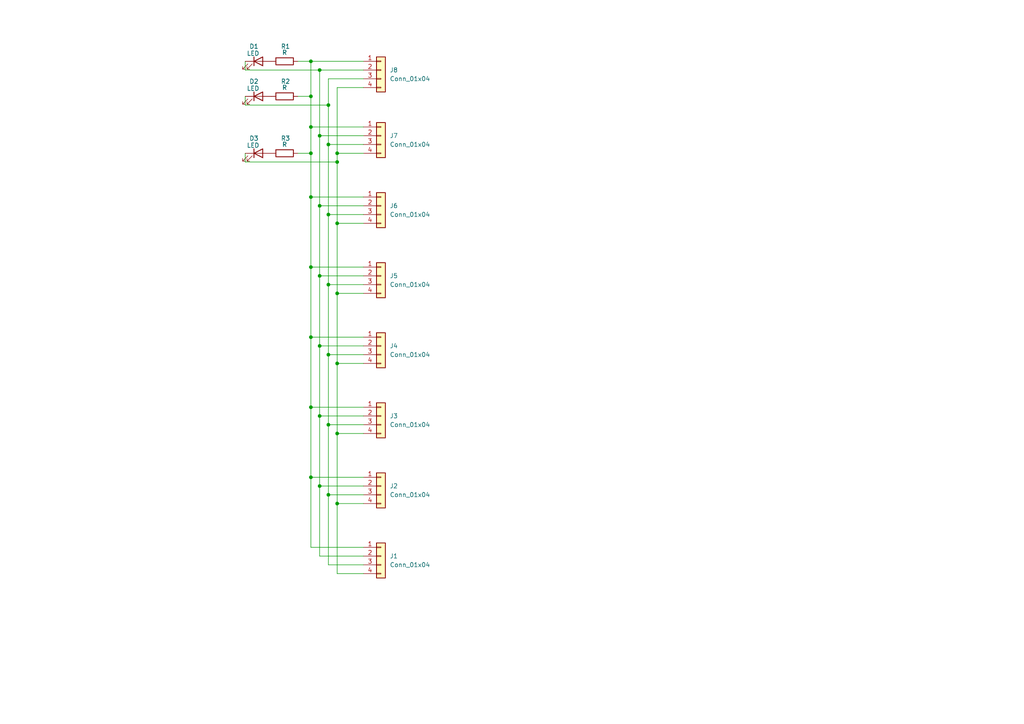
<source format=kicad_sch>
(kicad_sch (version 20250114) (generator "eeschema") (generator_version "9.0")
  (paper "A4")
  (lib_symbols
    (symbol "Connector_Generic:Conn_01x04" (pin_names (offset 1.016) (hide yes))
      (property "Reference" "J" (at 0 5.08 0))
      (property "Value" "Conn_01x04" (at 0 -7.62 0))
      (symbol "Conn_01x04_1_1"
        (rectangle (start -1.27 3.81) (end 1.27 -6.35) (stroke (width 0.254)) (fill (type background)))
        (rectangle (start -1.27 2.667) (end 0 2.413) (stroke (width 0.1524)))
        (rectangle (start -1.27 0.127) (end 0 -0.127) (stroke (width 0.1524)))
        (rectangle (start -1.27 -2.413) (end 0 -2.667) (stroke (width 0.1524)))
        (rectangle (start -1.27 -4.953) (end 0 -5.207) (stroke (width 0.1524)))
        (pin passive line (at -5.08 2.54 0) (length 3.81) (name "Pin_1") (number "1"))
        (pin passive line (at -5.08 0 0) (length 3.81) (name "Pin_2") (number "2"))
        (pin passive line (at -5.08 -2.54 0) (length 3.81) (name "Pin_3") (number "3"))
        (pin passive line (at -5.08 -5.08 0) (length 3.81) (name "Pin_4") (number "4"))
      )
    )
    (symbol "Device:LED" (pin_numbers (hide yes)) (pin_names (offset 1.016) (hide yes))
      (property "Reference" "D" (at 0 2.54 0))
      (property "Value" "LED" (at 0 -2.54 0))
      (symbol "LED_0_1"
        (polyline (pts (xy -3.048 -0.762) (xy -4.572 -2.286) (xy -3.81 -2.286) (xy -4.572 -2.286) (xy -4.572 -1.524)))
        (polyline (pts (xy -1.778 -0.762) (xy -3.302 -2.286) (xy -2.54 -2.286) (xy -3.302 -2.286) (xy -3.302 -1.524)))
        (polyline (pts (xy -1.27 0) (xy 1.27 0)))
        (polyline (pts (xy -1.27 -1.27) (xy -1.27 1.27)) (stroke (width 0.254)))
        (polyline (pts (xy 1.27 -1.27) (xy 1.27 1.27) (xy -1.27 0) (xy 1.27 -1.27)) (stroke (width 0.254)))
      )
      (symbol "LED_1_1"
        (pin passive line (at -3.81 0 0) (length 2.54) (name "K") (number "1"))
        (pin passive line (at 3.81 0 180) (length 2.54) (name "A") (number "2"))
      )
    )
    (symbol "Device:R" (pin_numbers (hide yes)) (pin_names (offset 0))
      (property "Reference" "R" (at 2.032 0 90))
      (property "Value" "R" (at 0 0 90))
      (symbol "R_0_1"
        (rectangle (start -1.016 -2.54) (end 1.016 2.54) (stroke (width 0.254)))
      )
      (symbol "R_1_1"
        (pin passive line (at 0 3.81 270) (length 1.27) (name "~") (number "1"))
        (pin passive line (at 0 -3.81 90) (length 1.27) (name "~") (number "2"))
      )
    )
  )
  (junction (at 95.25 82.55))
  (junction (at 97.79 64.77))
  (junction (at 97.79 85.09))
  (junction (at 90.17 27.94))
  (junction (at 92.71 120.65))
  (junction (at 90.17 44.45))
  (junction (at 95.25 30.48))
  (junction (at 92.71 100.33))
  (junction (at 95.25 123.19))
  (junction (at 92.71 80.01))
  (junction (at 90.17 138.43))
  (junction (at 92.71 140.97))
  (junction (at 90.17 17.78))
  (junction (at 92.71 39.37))
  (junction (at 97.79 146.05))
  (junction (at 90.17 57.15))
  (junction (at 97.79 44.45))
  (junction (at 90.17 77.47))
  (junction (at 95.25 41.91))
  (junction (at 95.25 143.51))
  (junction (at 97.79 125.73))
  (junction (at 92.71 20.32))
  (junction (at 97.79 46.99))
  (junction (at 90.17 118.11))
  (junction (at 90.17 36.83))
  (junction (at 95.25 102.87))
  (junction (at 90.17 97.79))
  (junction (at 97.79 105.41))
  (junction (at 92.71 59.69))
  (junction (at 95.25 62.23))
  (wire (pts (xy 95.25 41.91) (xy 105.41 41.91)))
  (wire (pts (xy 92.71 100.33) (xy 92.71 120.65)))
  (wire (pts (xy 95.25 62.23) (xy 105.41 62.23)))
  (wire (pts (xy 97.79 85.09) (xy 97.79 105.41)))
  (wire (pts (xy 95.25 123.19) (xy 95.25 143.51)))
  (wire (pts (xy 90.17 36.83) (xy 105.41 36.83)))
  (wire (pts (xy 97.79 166.37) (xy 105.41 166.37)))
  (wire (pts (xy 105.41 97.79) (xy 90.17 97.79)))
  (wire (pts (xy 90.17 57.15) (xy 90.17 77.47)))
  (wire (pts (xy 90.17 138.43) (xy 105.41 138.43)))
  (wire (pts (xy 97.79 44.45) (xy 97.79 46.99)))
  (wire (pts (xy 97.79 44.45) (xy 105.41 44.45)))
  (wire (pts (xy 92.71 39.37) (xy 92.71 59.69)))
  (wire (pts (xy 90.17 17.78) (xy 105.41 17.78)))
  (wire (pts (xy 105.41 59.69) (xy 92.71 59.69)))
  (wire (pts (xy 95.25 62.23) (xy 95.25 82.55)))
  (wire (pts (xy 92.71 140.97) (xy 105.41 140.97)))
  (wire (pts (xy 105.41 100.33) (xy 92.71 100.33)))
  (wire (pts (xy 95.25 143.51) (xy 95.25 163.83)))
  (wire (pts (xy 105.41 39.37) (xy 92.71 39.37)))
  (wire (pts (xy 97.79 25.4) (xy 97.79 44.45)))
  (wire (pts (xy 95.25 102.87) (xy 95.25 123.19)))
  (wire (pts (xy 92.71 120.65) (xy 92.71 140.97)))
  (wire (pts (xy 90.17 118.11) (xy 90.17 138.43)))
  (wire (pts (xy 90.17 97.79) (xy 90.17 118.11)))
  (wire (pts (xy 97.79 125.73) (xy 105.41 125.73)))
  (wire (pts (xy 97.79 146.05) (xy 105.41 146.05)))
  (wire (pts (xy 92.71 80.01) (xy 92.71 100.33)))
  (wire (pts (xy 97.79 46.99) (xy 97.79 64.77)))
  (wire (pts (xy 90.17 77.47) (xy 90.17 97.79)))
  (wire (pts (xy 71.12 44.45) (xy 71.12 46.99)))
  (wire (pts (xy 105.41 158.75) (xy 90.17 158.75)))
  (wire (pts (xy 71.12 30.48) (xy 95.25 30.48)))
  (wire (pts (xy 97.79 64.77) (xy 105.41 64.77)))
  (wire (pts (xy 90.17 44.45) (xy 90.17 36.83)))
  (wire (pts (xy 105.41 77.47) (xy 90.17 77.47)))
  (wire (pts (xy 105.41 20.32) (xy 92.71 20.32)))
  (wire (pts (xy 90.17 57.15) (xy 105.41 57.15)))
  (wire (pts (xy 97.79 105.41) (xy 105.41 105.41)))
  (wire (pts (xy 90.17 36.83) (xy 90.17 27.94)))
  (wire (pts (xy 97.79 85.09) (xy 105.41 85.09)))
  (wire (pts (xy 105.41 25.4) (xy 97.79 25.4)))
  (wire (pts (xy 95.25 22.86) (xy 95.25 30.48)))
  (wire (pts (xy 95.25 163.83) (xy 105.41 163.83)))
  (wire (pts (xy 105.41 143.51) (xy 95.25 143.51)))
  (wire (pts (xy 71.12 17.78) (xy 71.12 20.32)))
  (wire (pts (xy 92.71 20.32) (xy 92.71 39.37)))
  (wire (pts (xy 90.17 57.15) (xy 90.17 44.45)))
  (wire (pts (xy 105.41 120.65) (xy 92.71 120.65)))
  (wire (pts (xy 71.12 46.99) (xy 97.79 46.99)))
  (wire (pts (xy 105.41 80.01) (xy 92.71 80.01)))
  (wire (pts (xy 92.71 140.97) (xy 92.71 161.29)))
  (wire (pts (xy 90.17 138.43) (xy 90.17 158.75)))
  (wire (pts (xy 105.41 118.11) (xy 90.17 118.11)))
  (wire (pts (xy 97.79 125.73) (xy 97.79 146.05)))
  (wire (pts (xy 92.71 59.69) (xy 92.71 80.01)))
  (wire (pts (xy 86.36 17.78) (xy 90.17 17.78)))
  (wire (pts (xy 71.12 20.32) (xy 92.71 20.32)))
  (wire (pts (xy 95.25 30.48) (xy 95.25 41.91)))
  (wire (pts (xy 95.25 82.55) (xy 95.25 102.87)))
  (wire (pts (xy 105.41 22.86) (xy 95.25 22.86)))
  (wire (pts (xy 95.25 102.87) (xy 105.41 102.87)))
  (wire (pts (xy 86.36 27.94) (xy 90.17 27.94)))
  (wire (pts (xy 90.17 27.94) (xy 90.17 17.78)))
  (wire (pts (xy 95.25 82.55) (xy 105.41 82.55)))
  (wire (pts (xy 92.71 161.29) (xy 105.41 161.29)))
  (wire (pts (xy 97.79 105.41) (xy 97.79 125.73)))
  (wire (pts (xy 71.12 27.94) (xy 71.12 30.48)))
  (wire (pts (xy 97.79 64.77) (xy 97.79 85.09)))
  (wire (pts (xy 86.36 44.45) (xy 90.17 44.45)))
  (wire (pts (xy 97.79 146.05) (xy 97.79 166.37)))
  (wire (pts (xy 95.25 41.91) (xy 95.25 62.23)))
  (wire (pts (xy 105.41 123.19) (xy 95.25 123.19)))
  (symbol (lib_id "Connector_Generic:Conn_01x04") (at 110.49 20.32 0) (unit 1)
    (property "Reference" "J8" (at 113.03 20.3199 0) (effects (justify left)))
    (property "Value" "Conn_01x04" (at 113.03 22.8599 0) (effects (justify left)))
    (property "Footprint" "Connector_JST:JST_EH_B4B-EH-A_1x04_P2.50mm_Vertical" (effects (hide yes)))
    (property "Description" "Generic connector, single row, 01x04, script generated (kicad-library-utils/schlib/autogen/connector/)" (effects (hide yes)))
  )
  (symbol (lib_id "Connector_Generic:Conn_01x04") (at 110.49 120.65 0) (unit 1)
    (property "Reference" "J3" (at 113.03 120.6499 0) (effects (justify left)))
    (property "Value" "Conn_01x04" (at 113.03 123.1899 0) (effects (justify left)))
    (property "Footprint" "Connector_JST:JST_EH_B4B-EH-A_1x04_P2.50mm_Vertical" (effects (hide yes)))
    (property "Description" "Generic connector, single row, 01x04, script generated (kicad-library-utils/schlib/autogen/connector/)" (effects (hide yes)))
  )
  (symbol (lib_id "Connector_Generic:Conn_01x04") (at 110.49 80.01 0) (unit 1)
    (property "Reference" "J5" (at 113.03 80.0099 0) (effects (justify left)))
    (property "Value" "Conn_01x04" (at 113.03 82.5499 0) (effects (justify left)))
    (property "Footprint" "Connector_JST:JST_EH_B4B-EH-A_1x04_P2.50mm_Vertical" (effects (hide yes)))
    (property "Description" "Generic connector, single row, 01x04, script generated (kicad-library-utils/schlib/autogen/connector/)" (effects (hide yes)))
  )
  (symbol (lib_id "Device:LED") (at 74.93 27.94 0) (unit 1)
    (property "Reference" "D2" (at 73.66 23.622 0))
    (property "Value" "LED" (at 73.406 25.654 0))
    (property "Footprint" "LED_SMD:LED_0805_2012Metric" (effects (hide yes)))
    (property "Description" "Light emitting diode" (effects (hide yes)))
    (property "Sim.Pins" "1=K 2=A" (effects (hide yes)))
  )
  (symbol (lib_id "Device:LED") (at 74.93 44.45 0) (unit 1)
    (property "Reference" "D3" (at 73.66 40.132 0))
    (property "Value" "LED" (at 73.406 42.164 0))
    (property "Footprint" "LED_SMD:LED_0805_2012Metric" (effects (hide yes)))
    (property "Description" "Light emitting diode" (effects (hide yes)))
    (property "Sim.Pins" "1=K 2=A" (effects (hide yes)))
  )
  (symbol (lib_id "Device:R") (at 82.55 44.45 90) (unit 1)
    (property "Reference" "R3" (at 82.804 40.132 90))
    (property "Value" "R" (at 82.55 41.91 90))
    (property "Footprint" "Resistor_SMD:R_0805_2012Metric" (effects (hide yes)))
    (property "Description" "Resistor" (effects (hide yes)))
  )
  (symbol (lib_id "Connector_Generic:Conn_01x04") (at 110.49 39.37 0) (unit 1)
    (property "Reference" "J7" (at 113.03 39.3699 0) (effects (justify left)))
    (property "Value" "Conn_01x04" (at 113.03 41.9099 0) (effects (justify left)))
    (property "Footprint" "Connector_JST:JST_EH_B4B-EH-A_1x04_P2.50mm_Vertical" (effects (hide yes)))
    (property "Description" "Generic connector, single row, 01x04, script generated (kicad-library-utils/schlib/autogen/connector/)" (effects (hide yes)))
  )
  (symbol (lib_id "Device:R") (at 82.55 17.78 90) (unit 1)
    (property "Reference" "R1" (at 82.804 13.462 90))
    (property "Value" "R" (at 82.55 15.24 90))
    (property "Footprint" "Resistor_SMD:R_0805_2012Metric" (effects (hide yes)))
    (property "Description" "Resistor" (effects (hide yes)))
  )
  (symbol (lib_id "Connector_Generic:Conn_01x04") (at 110.49 100.33 0) (unit 1)
    (property "Reference" "J4" (at 113.03 100.3299 0) (effects (justify left)))
    (property "Value" "Conn_01x04" (at 113.03 102.8699 0) (effects (justify left)))
    (property "Footprint" "Connector_JST:JST_EH_B4B-EH-A_1x04_P2.50mm_Vertical" (effects (hide yes)))
    (property "Description" "Generic connector, single row, 01x04, script generated (kicad-library-utils/schlib/autogen/connector/)" (effects (hide yes)))
  )
  (symbol (lib_id "Connector_Generic:Conn_01x04") (at 110.49 161.29 0) (unit 1)
    (property "Reference" "J1" (at 113.03 161.2899 0) (effects (justify left)))
    (property "Value" "Conn_01x04" (at 113.03 163.8299 0) (effects (justify left)))
    (property "Footprint" "Connector_JST:JST_EH_B4B-EH-A_1x04_P2.50mm_Vertical" (effects (hide yes)))
    (property "Description" "Generic connector, single row, 01x04, script generated (kicad-library-utils/schlib/autogen/connector/)" (effects (hide yes)))
  )
  (symbol (lib_id "Device:LED") (at 74.93 17.78 0) (unit 1)
    (property "Reference" "D1" (at 73.66 13.462 0))
    (property "Value" "LED" (at 73.406 15.494 0))
    (property "Footprint" "LED_SMD:LED_0805_2012Metric" (effects (hide yes)))
    (property "Description" "Light emitting diode" (effects (hide yes)))
    (property "Sim.Pins" "1=K 2=A" (effects (hide yes)))
  )
  (symbol (lib_id "Connector_Generic:Conn_01x04") (at 110.49 140.97 0) (unit 1)
    (property "Reference" "J2" (at 113.03 140.9699 0) (effects (justify left)))
    (property "Value" "Conn_01x04" (at 113.03 143.5099 0) (effects (justify left)))
    (property "Footprint" "Connector_JST:JST_EH_B4B-EH-A_1x04_P2.50mm_Vertical" (effects (hide yes)))
    (property "Description" "Generic connector, single row, 01x04, script generated (kicad-library-utils/schlib/autogen/connector/)" (effects (hide yes)))
  )
  (symbol (lib_id "Connector_Generic:Conn_01x04") (at 110.49 59.69 0) (unit 1)
    (property "Reference" "J6" (at 113.03 59.6899 0) (effects (justify left)))
    (property "Value" "Conn_01x04" (at 113.03 62.2299 0) (effects (justify left)))
    (property "Footprint" "Connector_JST:JST_EH_B4B-EH-A_1x04_P2.50mm_Vertical" (effects (hide yes)))
    (property "Description" "Generic connector, single row, 01x04, script generated (kicad-library-utils/schlib/autogen/connector/)" (effects (hide yes)))
  )
  (symbol (lib_id "Device:R") (at 82.55 27.94 90) (unit 1)
    (property "Reference" "R2" (at 82.804 23.622 90))
    (property "Value" "R" (at 82.55 25.4 90))
    (property "Footprint" "Resistor_SMD:R_0805_2012Metric" (effects (hide yes)))
    (property "Description" "Resistor" (effects (hide yes)))
  )
)
</source>
